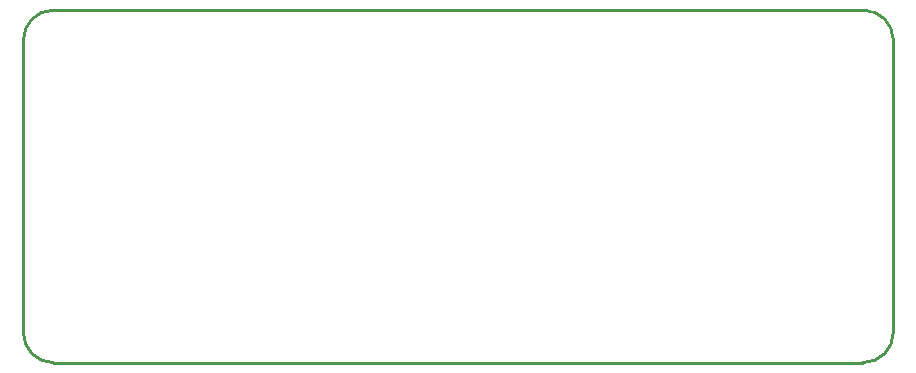
<source format=gko>
G04*
G04 #@! TF.GenerationSoftware,Altium Limited,Altium Designer,24.2.2 (26)*
G04*
G04 Layer_Color=16711935*
%FSLAX44Y44*%
%MOMM*%
G71*
G04*
G04 #@! TF.SameCoordinates,AE1E6ACB-0CC1-432D-8EAE-CAE1C6468999*
G04*
G04*
G04 #@! TF.FilePolarity,Positive*
G04*
G01*
G75*
%ADD10C,0.2540*%
D10*
X368300Y158750D02*
G03*
X342900Y184150I-25400J0D01*
G01*
Y-114300D02*
G03*
X368300Y-88900I0J25400D01*
G01*
X-342900Y184150D02*
G03*
X-368300Y158750I0J-25400D01*
G01*
Y-88900D02*
G03*
X-342900Y-114300I25400J0D01*
G01*
X342900D01*
X-342900Y184150D02*
X342900D01*
X368300Y-88900D02*
Y158750D01*
X-368300Y-88900D02*
Y158750D01*
M02*

</source>
